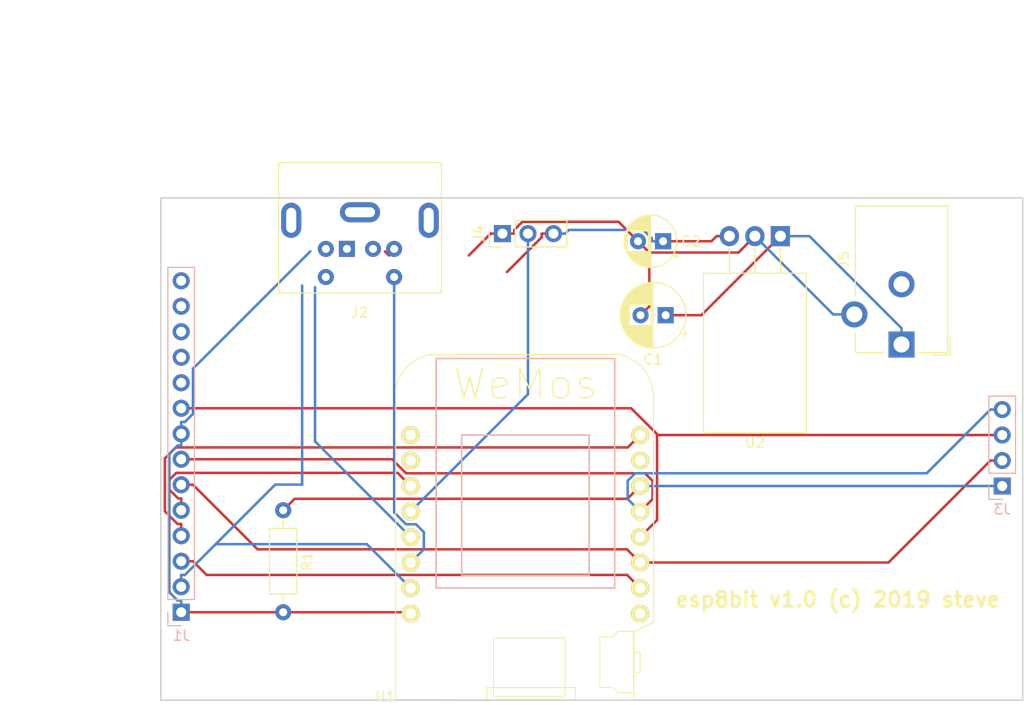
<source format=kicad_pcb>
(kicad_pcb (version 20171130) (host pcbnew 5.0.2+dfsg1-1~bpo9+1)

  (general
    (thickness 1.6)
    (drawings 7)
    (tracks 113)
    (zones 0)
    (modules 10)
    (nets 26)
  )

  (page A4)
  (layers
    (0 F.Cu signal)
    (31 B.Cu signal)
    (32 B.Adhes user)
    (33 F.Adhes user)
    (34 B.Paste user)
    (35 F.Paste user)
    (36 B.SilkS user)
    (37 F.SilkS user)
    (38 B.Mask user)
    (39 F.Mask user)
    (40 Dwgs.User user)
    (41 Cmts.User user)
    (42 Eco1.User user)
    (43 Eco2.User user)
    (44 Edge.Cuts user)
    (45 Margin user)
    (46 B.CrtYd user)
    (47 F.CrtYd user)
    (48 B.Fab user)
    (49 F.Fab user)
  )

  (setup
    (last_trace_width 0.25)
    (trace_clearance 0.2)
    (zone_clearance 0.508)
    (zone_45_only no)
    (trace_min 0.2)
    (segment_width 0.2)
    (edge_width 0.15)
    (via_size 0.8)
    (via_drill 0.4)
    (via_min_size 0.4)
    (via_min_drill 0.3)
    (uvia_size 0.3)
    (uvia_drill 0.1)
    (uvias_allowed no)
    (uvia_min_size 0.2)
    (uvia_min_drill 0.1)
    (pcb_text_width 0.3)
    (pcb_text_size 1.5 1.5)
    (mod_edge_width 0.15)
    (mod_text_size 1 1)
    (mod_text_width 0.15)
    (pad_size 1.524 1.524)
    (pad_drill 0.762)
    (pad_to_mask_clearance 0.051)
    (solder_mask_min_width 0.25)
    (aux_axis_origin 0 0)
    (visible_elements FFFFFF7F)
    (pcbplotparams
      (layerselection 0x010f0_ffffffff)
      (usegerberextensions true)
      (usegerberattributes false)
      (usegerberadvancedattributes false)
      (creategerberjobfile false)
      (excludeedgelayer true)
      (linewidth 0.100000)
      (plotframeref false)
      (viasonmask false)
      (mode 1)
      (useauxorigin false)
      (hpglpennumber 1)
      (hpglpenspeed 20)
      (hpglpendiameter 15.000000)
      (psnegative false)
      (psa4output false)
      (plotreference true)
      (plotvalue true)
      (plotinvisibletext false)
      (padsonsilk false)
      (subtractmaskfromsilk false)
      (outputformat 1)
      (mirror false)
      (drillshape 0)
      (scaleselection 1)
      (outputdirectory "gerbers"))
  )

  (net 0 "")
  (net 1 "Net-(U1-Pad8)")
  (net 2 "Net-(U1-Pad7)")
  (net 3 /DC)
  (net 4 /Sound)
  (net 5 /KBD_DATA)
  (net 6 /KBD_CLK)
  (net 7 GND)
  (net 8 VCC)
  (net 9 "Net-(U1-Pad16)")
  (net 10 /TFT_CS)
  (net 11 /MOSI)
  (net 12 /MISO)
  (net 13 /SCK)
  (net 14 /SD_CS)
  (net 15 "Net-(U1-Pad10)")
  (net 16 /Rst)
  (net 17 "Net-(J2-Pad6)")
  (net 18 "Net-(J2-Pad2)")
  (net 19 +9V)
  (net 20 /T_CLK)
  (net 21 /T_CS)
  (net 22 /T_DIN)
  (net 23 /T_OUT)
  (net 24 /T_IRQ)
  (net 25 "Net-(J5-Pad2)")

  (net_class Default "This is the default net class."
    (clearance 0.2)
    (trace_width 0.25)
    (via_dia 0.8)
    (via_drill 0.4)
    (uvia_dia 0.3)
    (uvia_drill 0.1)
    (add_net +9V)
    (add_net /DC)
    (add_net /KBD_CLK)
    (add_net /KBD_DATA)
    (add_net /MISO)
    (add_net /MOSI)
    (add_net /Rst)
    (add_net /SCK)
    (add_net /SD_CS)
    (add_net /Sound)
    (add_net /TFT_CS)
    (add_net /T_CLK)
    (add_net /T_CS)
    (add_net /T_DIN)
    (add_net /T_IRQ)
    (add_net /T_OUT)
    (add_net GND)
    (add_net "Net-(J2-Pad2)")
    (add_net "Net-(J2-Pad6)")
    (add_net "Net-(J5-Pad2)")
    (add_net "Net-(U1-Pad10)")
    (add_net "Net-(U1-Pad16)")
    (add_net "Net-(U1-Pad7)")
    (add_net "Net-(U1-Pad8)")
    (add_net VCC)
  )

  (module Custom_Footprints:Connector_Mini-DIN_Female_6Pin_2rows (layer F.Cu) (tedit 58E946D2) (tstamp 5D6A5180)
    (at 95.25 45.72 180)
    (descr "A footprint for the generic 6 pin Mini-DIN through hole connector with shell.")
    (tags "mini din 6pin connector socket")
    (path /5D36C785)
    (fp_text reference J2 (at -1.27 -6.35 180) (layer F.SilkS)
      (effects (font (size 1 1) (thickness 0.15)))
    )
    (fp_text value Mini-DIN_6 (at -0.03 10.15 180) (layer F.Fab)
      (effects (font (size 1 1) (thickness 0.15)))
    )
    (fp_text user %R (at -1.27 -6.35 180) (layer F.Fab)
      (effects (font (size 1 1) (thickness 0.15)))
    )
    (fp_line (start 6.7 -4.3) (end 6.7 8.5) (layer F.Fab) (width 0.1))
    (fp_line (start 6.7 8.5) (end -9.3 8.5) (layer F.Fab) (width 0.1))
    (fp_line (start -9.3 8.5) (end -9.3 -4.3) (layer F.Fab) (width 0.1))
    (fp_line (start -9.3 -4.3) (end 6.7 -4.3) (layer F.Fab) (width 0.1))
    (fp_line (start 6.8 -4.4) (end 6.8 8.6) (layer F.SilkS) (width 0.12))
    (fp_line (start -9.4 -4.4) (end -9.4 8.6) (layer F.SilkS) (width 0.12))
    (fp_line (start -9.4 -4.4) (end 6.8 -4.4) (layer F.SilkS) (width 0.12))
    (fp_line (start -9.4 8.6) (end 6.8 8.6) (layer F.SilkS) (width 0.12))
    (fp_line (start -9.81 -5.05) (end 7.19 -5.05) (layer F.CrtYd) (width 0.05))
    (fp_line (start -9.81 -5.05) (end -9.81 9) (layer F.CrtYd) (width 0.05))
    (fp_line (start 7.19 9) (end 7.19 -5.05) (layer F.CrtYd) (width 0.05))
    (fp_line (start 7.19 9) (end -9.81 9) (layer F.CrtYd) (width 0.05))
    (pad 7 thru_hole oval (at -8.15 2.85 180) (size 2 3.5) (drill oval 1 2.5) (layers *.Cu *.Mask)
      (net 7 GND))
    (pad 7 thru_hole oval (at 5.55 2.85 180) (size 2 3.5) (drill oval 1 2.5) (layers *.Cu *.Mask)
      (net 7 GND))
    (pad 1 thru_hole rect (at 0 0 180) (size 1.6 1.6) (drill 0.8) (layers *.Cu *.Mask)
      (net 5 /KBD_DATA))
    (pad 2 thru_hole circle (at -2.6 0 180) (size 1.6 1.6) (drill 0.8) (layers *.Cu *.Mask)
      (net 18 "Net-(J2-Pad2)"))
    (pad 3 thru_hole circle (at 2.1 0 180) (size 1.6 1.6) (drill 0.8) (layers *.Cu *.Mask)
      (net 7 GND))
    (pad 4 thru_hole circle (at -4.7 0 180) (size 1.6 1.6) (drill 0.8) (layers *.Cu *.Mask)
      (net 8 VCC))
    (pad 5 thru_hole circle (at 2.1 -2.8 180) (size 1.6 1.6) (drill 0.8) (layers *.Cu *.Mask)
      (net 6 /KBD_CLK))
    (pad 6 thru_hole circle (at -4.7 -2.8 180) (size 1.6 1.6) (drill 0.8) (layers *.Cu *.Mask)
      (net 17 "Net-(J2-Pad6)"))
    (pad 7 thru_hole oval (at -1.3 3.65 180) (size 4 2) (drill oval 3 1) (layers *.Cu *.Mask)
      (net 7 GND))
  )

  (module Connector_PinHeader_2.54mm:PinHeader_1x03_P2.54mm_Vertical (layer F.Cu) (tedit 5D010FDB) (tstamp 5D0DA720)
    (at 110.744 44.196 90)
    (descr "Through hole straight pin header, 1x03, 2.54mm pitch, single row")
    (tags "Through hole pin header THT 1x03 2.54mm single row")
    (path /5D00E0CE)
    (fp_text reference J4 (at 0 -2.33 90) (layer F.SilkS)
      (effects (font (size 1 1) (thickness 0.15)))
    )
    (fp_text value Sound (at -2.794 2.54 180) (layer F.Fab)
      (effects (font (size 1 1) (thickness 0.15)))
    )
    (fp_text user %R (at 0 2.54 180) (layer F.Fab)
      (effects (font (size 1 1) (thickness 0.15)))
    )
    (fp_line (start 1.8 -1.8) (end -1.8 -1.8) (layer F.CrtYd) (width 0.05))
    (fp_line (start 1.8 6.85) (end 1.8 -1.8) (layer F.CrtYd) (width 0.05))
    (fp_line (start -1.8 6.85) (end 1.8 6.85) (layer F.CrtYd) (width 0.05))
    (fp_line (start -1.8 -1.8) (end -1.8 6.85) (layer F.CrtYd) (width 0.05))
    (fp_line (start -1.33 -1.33) (end 0 -1.33) (layer F.SilkS) (width 0.12))
    (fp_line (start -1.33 0) (end -1.33 -1.33) (layer F.SilkS) (width 0.12))
    (fp_line (start -1.33 1.27) (end 1.33 1.27) (layer F.SilkS) (width 0.12))
    (fp_line (start 1.33 1.27) (end 1.33 6.41) (layer F.SilkS) (width 0.12))
    (fp_line (start -1.33 1.27) (end -1.33 6.41) (layer F.SilkS) (width 0.12))
    (fp_line (start -1.33 6.41) (end 1.33 6.41) (layer F.SilkS) (width 0.12))
    (fp_line (start -1.27 -0.635) (end -0.635 -1.27) (layer F.Fab) (width 0.1))
    (fp_line (start -1.27 6.35) (end -1.27 -0.635) (layer F.Fab) (width 0.1))
    (fp_line (start 1.27 6.35) (end -1.27 6.35) (layer F.Fab) (width 0.1))
    (fp_line (start 1.27 -1.27) (end 1.27 6.35) (layer F.Fab) (width 0.1))
    (fp_line (start -0.635 -1.27) (end 1.27 -1.27) (layer F.Fab) (width 0.1))
    (pad 3 thru_hole oval (at 0 5.08 90) (size 1.7 1.7) (drill 1) (layers *.Cu *.Mask)
      (net 8 VCC))
    (pad 2 thru_hole oval (at 0 2.54 90) (size 1.7 1.7) (drill 1) (layers *.Cu *.Mask)
      (net 4 /Sound))
    (pad 1 thru_hole rect (at 0 0 90) (size 1.7 1.7) (drill 1) (layers *.Cu *.Mask)
      (net 7 GND))
    (model ${KISYS3DMOD}/Connector_PinHeader_2.54mm.3dshapes/PinHeader_1x03_P2.54mm_Vertical.wrl
      (at (xyz 0 0 0))
      (scale (xyz 1 1 1))
      (rotate (xyz 0 0 0))
    )
  )

  (module Capacitor_THT:CP_Radial_D5.0mm_P2.50mm (layer F.Cu) (tedit 5AE50EF0) (tstamp 5D0D9D86)
    (at 126.746 44.958 180)
    (descr "CP, Radial series, Radial, pin pitch=2.50mm, , diameter=5mm, Electrolytic Capacitor")
    (tags "CP Radial series Radial pin pitch 2.50mm  diameter 5mm Electrolytic Capacitor")
    (path /5D00E560)
    (fp_text reference C2 (at -2.794 0 180) (layer F.SilkS)
      (effects (font (size 1 1) (thickness 0.15)))
    )
    (fp_text value 22u (at 4.826 3.048 180) (layer F.Fab)
      (effects (font (size 1 1) (thickness 0.15)))
    )
    (fp_circle (center 1.25 0) (end 3.75 0) (layer F.Fab) (width 0.1))
    (fp_circle (center 1.25 0) (end 3.87 0) (layer F.SilkS) (width 0.12))
    (fp_circle (center 1.25 0) (end 4 0) (layer F.CrtYd) (width 0.05))
    (fp_line (start -0.883605 -1.0875) (end -0.383605 -1.0875) (layer F.Fab) (width 0.1))
    (fp_line (start -0.633605 -1.3375) (end -0.633605 -0.8375) (layer F.Fab) (width 0.1))
    (fp_line (start 1.25 -2.58) (end 1.25 2.58) (layer F.SilkS) (width 0.12))
    (fp_line (start 1.29 -2.58) (end 1.29 2.58) (layer F.SilkS) (width 0.12))
    (fp_line (start 1.33 -2.579) (end 1.33 2.579) (layer F.SilkS) (width 0.12))
    (fp_line (start 1.37 -2.578) (end 1.37 2.578) (layer F.SilkS) (width 0.12))
    (fp_line (start 1.41 -2.576) (end 1.41 2.576) (layer F.SilkS) (width 0.12))
    (fp_line (start 1.45 -2.573) (end 1.45 2.573) (layer F.SilkS) (width 0.12))
    (fp_line (start 1.49 -2.569) (end 1.49 -1.04) (layer F.SilkS) (width 0.12))
    (fp_line (start 1.49 1.04) (end 1.49 2.569) (layer F.SilkS) (width 0.12))
    (fp_line (start 1.53 -2.565) (end 1.53 -1.04) (layer F.SilkS) (width 0.12))
    (fp_line (start 1.53 1.04) (end 1.53 2.565) (layer F.SilkS) (width 0.12))
    (fp_line (start 1.57 -2.561) (end 1.57 -1.04) (layer F.SilkS) (width 0.12))
    (fp_line (start 1.57 1.04) (end 1.57 2.561) (layer F.SilkS) (width 0.12))
    (fp_line (start 1.61 -2.556) (end 1.61 -1.04) (layer F.SilkS) (width 0.12))
    (fp_line (start 1.61 1.04) (end 1.61 2.556) (layer F.SilkS) (width 0.12))
    (fp_line (start 1.65 -2.55) (end 1.65 -1.04) (layer F.SilkS) (width 0.12))
    (fp_line (start 1.65 1.04) (end 1.65 2.55) (layer F.SilkS) (width 0.12))
    (fp_line (start 1.69 -2.543) (end 1.69 -1.04) (layer F.SilkS) (width 0.12))
    (fp_line (start 1.69 1.04) (end 1.69 2.543) (layer F.SilkS) (width 0.12))
    (fp_line (start 1.73 -2.536) (end 1.73 -1.04) (layer F.SilkS) (width 0.12))
    (fp_line (start 1.73 1.04) (end 1.73 2.536) (layer F.SilkS) (width 0.12))
    (fp_line (start 1.77 -2.528) (end 1.77 -1.04) (layer F.SilkS) (width 0.12))
    (fp_line (start 1.77 1.04) (end 1.77 2.528) (layer F.SilkS) (width 0.12))
    (fp_line (start 1.81 -2.52) (end 1.81 -1.04) (layer F.SilkS) (width 0.12))
    (fp_line (start 1.81 1.04) (end 1.81 2.52) (layer F.SilkS) (width 0.12))
    (fp_line (start 1.85 -2.511) (end 1.85 -1.04) (layer F.SilkS) (width 0.12))
    (fp_line (start 1.85 1.04) (end 1.85 2.511) (layer F.SilkS) (width 0.12))
    (fp_line (start 1.89 -2.501) (end 1.89 -1.04) (layer F.SilkS) (width 0.12))
    (fp_line (start 1.89 1.04) (end 1.89 2.501) (layer F.SilkS) (width 0.12))
    (fp_line (start 1.93 -2.491) (end 1.93 -1.04) (layer F.SilkS) (width 0.12))
    (fp_line (start 1.93 1.04) (end 1.93 2.491) (layer F.SilkS) (width 0.12))
    (fp_line (start 1.971 -2.48) (end 1.971 -1.04) (layer F.SilkS) (width 0.12))
    (fp_line (start 1.971 1.04) (end 1.971 2.48) (layer F.SilkS) (width 0.12))
    (fp_line (start 2.011 -2.468) (end 2.011 -1.04) (layer F.SilkS) (width 0.12))
    (fp_line (start 2.011 1.04) (end 2.011 2.468) (layer F.SilkS) (width 0.12))
    (fp_line (start 2.051 -2.455) (end 2.051 -1.04) (layer F.SilkS) (width 0.12))
    (fp_line (start 2.051 1.04) (end 2.051 2.455) (layer F.SilkS) (width 0.12))
    (fp_line (start 2.091 -2.442) (end 2.091 -1.04) (layer F.SilkS) (width 0.12))
    (fp_line (start 2.091 1.04) (end 2.091 2.442) (layer F.SilkS) (width 0.12))
    (fp_line (start 2.131 -2.428) (end 2.131 -1.04) (layer F.SilkS) (width 0.12))
    (fp_line (start 2.131 1.04) (end 2.131 2.428) (layer F.SilkS) (width 0.12))
    (fp_line (start 2.171 -2.414) (end 2.171 -1.04) (layer F.SilkS) (width 0.12))
    (fp_line (start 2.171 1.04) (end 2.171 2.414) (layer F.SilkS) (width 0.12))
    (fp_line (start 2.211 -2.398) (end 2.211 -1.04) (layer F.SilkS) (width 0.12))
    (fp_line (start 2.211 1.04) (end 2.211 2.398) (layer F.SilkS) (width 0.12))
    (fp_line (start 2.251 -2.382) (end 2.251 -1.04) (layer F.SilkS) (width 0.12))
    (fp_line (start 2.251 1.04) (end 2.251 2.382) (layer F.SilkS) (width 0.12))
    (fp_line (start 2.291 -2.365) (end 2.291 -1.04) (layer F.SilkS) (width 0.12))
    (fp_line (start 2.291 1.04) (end 2.291 2.365) (layer F.SilkS) (width 0.12))
    (fp_line (start 2.331 -2.348) (end 2.331 -1.04) (layer F.SilkS) (width 0.12))
    (fp_line (start 2.331 1.04) (end 2.331 2.348) (layer F.SilkS) (width 0.12))
    (fp_line (start 2.371 -2.329) (end 2.371 -1.04) (layer F.SilkS) (width 0.12))
    (fp_line (start 2.371 1.04) (end 2.371 2.329) (layer F.SilkS) (width 0.12))
    (fp_line (start 2.411 -2.31) (end 2.411 -1.04) (layer F.SilkS) (width 0.12))
    (fp_line (start 2.411 1.04) (end 2.411 2.31) (layer F.SilkS) (width 0.12))
    (fp_line (start 2.451 -2.29) (end 2.451 -1.04) (layer F.SilkS) (width 0.12))
    (fp_line (start 2.451 1.04) (end 2.451 2.29) (layer F.SilkS) (width 0.12))
    (fp_line (start 2.491 -2.268) (end 2.491 -1.04) (layer F.SilkS) (width 0.12))
    (fp_line (start 2.491 1.04) (end 2.491 2.268) (layer F.SilkS) (width 0.12))
    (fp_line (start 2.531 -2.247) (end 2.531 -1.04) (layer F.SilkS) (width 0.12))
    (fp_line (start 2.531 1.04) (end 2.531 2.247) (layer F.SilkS) (width 0.12))
    (fp_line (start 2.571 -2.224) (end 2.571 -1.04) (layer F.SilkS) (width 0.12))
    (fp_line (start 2.571 1.04) (end 2.571 2.224) (layer F.SilkS) (width 0.12))
    (fp_line (start 2.611 -2.2) (end 2.611 -1.04) (layer F.SilkS) (width 0.12))
    (fp_line (start 2.611 1.04) (end 2.611 2.2) (layer F.SilkS) (width 0.12))
    (fp_line (start 2.651 -2.175) (end 2.651 -1.04) (layer F.SilkS) (width 0.12))
    (fp_line (start 2.651 1.04) (end 2.651 2.175) (layer F.SilkS) (width 0.12))
    (fp_line (start 2.691 -2.149) (end 2.691 -1.04) (layer F.SilkS) (width 0.12))
    (fp_line (start 2.691 1.04) (end 2.691 2.149) (layer F.SilkS) (width 0.12))
    (fp_line (start 2.731 -2.122) (end 2.731 -1.04) (layer F.SilkS) (width 0.12))
    (fp_line (start 2.731 1.04) (end 2.731 2.122) (layer F.SilkS) (width 0.12))
    (fp_line (start 2.771 -2.095) (end 2.771 -1.04) (layer F.SilkS) (width 0.12))
    (fp_line (start 2.771 1.04) (end 2.771 2.095) (layer F.SilkS) (width 0.12))
    (fp_line (start 2.811 -2.065) (end 2.811 -1.04) (layer F.SilkS) (width 0.12))
    (fp_line (start 2.811 1.04) (end 2.811 2.065) (layer F.SilkS) (width 0.12))
    (fp_line (start 2.851 -2.035) (end 2.851 -1.04) (layer F.SilkS) (width 0.12))
    (fp_line (start 2.851 1.04) (end 2.851 2.035) (layer F.SilkS) (width 0.12))
    (fp_line (start 2.891 -2.004) (end 2.891 -1.04) (layer F.SilkS) (width 0.12))
    (fp_line (start 2.891 1.04) (end 2.891 2.004) (layer F.SilkS) (width 0.12))
    (fp_line (start 2.931 -1.971) (end 2.931 -1.04) (layer F.SilkS) (width 0.12))
    (fp_line (start 2.931 1.04) (end 2.931 1.971) (layer F.SilkS) (width 0.12))
    (fp_line (start 2.971 -1.937) (end 2.971 -1.04) (layer F.SilkS) (width 0.12))
    (fp_line (start 2.971 1.04) (end 2.971 1.937) (layer F.SilkS) (width 0.12))
    (fp_line (start 3.011 -1.901) (end 3.011 -1.04) (layer F.SilkS) (width 0.12))
    (fp_line (start 3.011 1.04) (end 3.011 1.901) (layer F.SilkS) (width 0.12))
    (fp_line (start 3.051 -1.864) (end 3.051 -1.04) (layer F.SilkS) (width 0.12))
    (fp_line (start 3.051 1.04) (end 3.051 1.864) (layer F.SilkS) (width 0.12))
    (fp_line (start 3.091 -1.826) (end 3.091 -1.04) (layer F.SilkS) (width 0.12))
    (fp_line (start 3.091 1.04) (end 3.091 1.826) (layer F.SilkS) (width 0.12))
    (fp_line (start 3.131 -1.785) (end 3.131 -1.04) (layer F.SilkS) (width 0.12))
    (fp_line (start 3.131 1.04) (end 3.131 1.785) (layer F.SilkS) (width 0.12))
    (fp_line (start 3.171 -1.743) (end 3.171 -1.04) (layer F.SilkS) (width 0.12))
    (fp_line (start 3.171 1.04) (end 3.171 1.743) (layer F.SilkS) (width 0.12))
    (fp_line (start 3.211 -1.699) (end 3.211 -1.04) (layer F.SilkS) (width 0.12))
    (fp_line (start 3.211 1.04) (end 3.211 1.699) (layer F.SilkS) (width 0.12))
    (fp_line (start 3.251 -1.653) (end 3.251 -1.04) (layer F.SilkS) (width 0.12))
    (fp_line (start 3.251 1.04) (end 3.251 1.653) (layer F.SilkS) (width 0.12))
    (fp_line (start 3.291 -1.605) (end 3.291 -1.04) (layer F.SilkS) (width 0.12))
    (fp_line (start 3.291 1.04) (end 3.291 1.605) (layer F.SilkS) (width 0.12))
    (fp_line (start 3.331 -1.554) (end 3.331 -1.04) (layer F.SilkS) (width 0.12))
    (fp_line (start 3.331 1.04) (end 3.331 1.554) (layer F.SilkS) (width 0.12))
    (fp_line (start 3.371 -1.5) (end 3.371 -1.04) (layer F.SilkS) (width 0.12))
    (fp_line (start 3.371 1.04) (end 3.371 1.5) (layer F.SilkS) (width 0.12))
    (fp_line (start 3.411 -1.443) (end 3.411 -1.04) (layer F.SilkS) (width 0.12))
    (fp_line (start 3.411 1.04) (end 3.411 1.443) (layer F.SilkS) (width 0.12))
    (fp_line (start 3.451 -1.383) (end 3.451 -1.04) (layer F.SilkS) (width 0.12))
    (fp_line (start 3.451 1.04) (end 3.451 1.383) (layer F.SilkS) (width 0.12))
    (fp_line (start 3.491 -1.319) (end 3.491 -1.04) (layer F.SilkS) (width 0.12))
    (fp_line (start 3.491 1.04) (end 3.491 1.319) (layer F.SilkS) (width 0.12))
    (fp_line (start 3.531 -1.251) (end 3.531 -1.04) (layer F.SilkS) (width 0.12))
    (fp_line (start 3.531 1.04) (end 3.531 1.251) (layer F.SilkS) (width 0.12))
    (fp_line (start 3.571 -1.178) (end 3.571 1.178) (layer F.SilkS) (width 0.12))
    (fp_line (start 3.611 -1.098) (end 3.611 1.098) (layer F.SilkS) (width 0.12))
    (fp_line (start 3.651 -1.011) (end 3.651 1.011) (layer F.SilkS) (width 0.12))
    (fp_line (start 3.691 -0.915) (end 3.691 0.915) (layer F.SilkS) (width 0.12))
    (fp_line (start 3.731 -0.805) (end 3.731 0.805) (layer F.SilkS) (width 0.12))
    (fp_line (start 3.771 -0.677) (end 3.771 0.677) (layer F.SilkS) (width 0.12))
    (fp_line (start 3.811 -0.518) (end 3.811 0.518) (layer F.SilkS) (width 0.12))
    (fp_line (start 3.851 -0.284) (end 3.851 0.284) (layer F.SilkS) (width 0.12))
    (fp_line (start -1.554775 -1.475) (end -1.054775 -1.475) (layer F.SilkS) (width 0.12))
    (fp_line (start -1.304775 -1.725) (end -1.304775 -1.225) (layer F.SilkS) (width 0.12))
    (fp_text user %R (at 1.25 0 180) (layer F.Fab)
      (effects (font (size 1 1) (thickness 0.15)))
    )
    (pad 1 thru_hole rect (at 0 0 180) (size 1.6 1.6) (drill 0.8) (layers *.Cu *.Mask)
      (net 8 VCC))
    (pad 2 thru_hole circle (at 2.5 0 180) (size 1.6 1.6) (drill 0.8) (layers *.Cu *.Mask)
      (net 7 GND))
    (model ${KISYS3DMOD}/Capacitor_THT.3dshapes/CP_Radial_D5.0mm_P2.50mm.wrl
      (at (xyz 0 0 0))
      (scale (xyz 1 1 1))
      (rotate (xyz 0 0 0))
    )
  )

  (module Capacitor_THT:CP_Radial_D6.3mm_P2.50mm (layer F.Cu) (tedit 5AE50EF0) (tstamp 5D0D9D02)
    (at 127 52.324 180)
    (descr "CP, Radial series, Radial, pin pitch=2.50mm, , diameter=6.3mm, Electrolytic Capacitor")
    (tags "CP Radial series Radial pin pitch 2.50mm  diameter 6.3mm Electrolytic Capacitor")
    (path /5D00E596)
    (fp_text reference C1 (at 1.25 -4.4 180) (layer F.SilkS)
      (effects (font (size 1 1) (thickness 0.15)))
    )
    (fp_text value 220u (at 5.334 3.81 180) (layer F.Fab)
      (effects (font (size 1 1) (thickness 0.15)))
    )
    (fp_circle (center 1.25 0) (end 4.4 0) (layer F.Fab) (width 0.1))
    (fp_circle (center 1.25 0) (end 4.52 0) (layer F.SilkS) (width 0.12))
    (fp_circle (center 1.25 0) (end 4.65 0) (layer F.CrtYd) (width 0.05))
    (fp_line (start -1.443972 -1.3735) (end -0.813972 -1.3735) (layer F.Fab) (width 0.1))
    (fp_line (start -1.128972 -1.6885) (end -1.128972 -1.0585) (layer F.Fab) (width 0.1))
    (fp_line (start 1.25 -3.23) (end 1.25 3.23) (layer F.SilkS) (width 0.12))
    (fp_line (start 1.29 -3.23) (end 1.29 3.23) (layer F.SilkS) (width 0.12))
    (fp_line (start 1.33 -3.23) (end 1.33 3.23) (layer F.SilkS) (width 0.12))
    (fp_line (start 1.37 -3.228) (end 1.37 3.228) (layer F.SilkS) (width 0.12))
    (fp_line (start 1.41 -3.227) (end 1.41 3.227) (layer F.SilkS) (width 0.12))
    (fp_line (start 1.45 -3.224) (end 1.45 3.224) (layer F.SilkS) (width 0.12))
    (fp_line (start 1.49 -3.222) (end 1.49 -1.04) (layer F.SilkS) (width 0.12))
    (fp_line (start 1.49 1.04) (end 1.49 3.222) (layer F.SilkS) (width 0.12))
    (fp_line (start 1.53 -3.218) (end 1.53 -1.04) (layer F.SilkS) (width 0.12))
    (fp_line (start 1.53 1.04) (end 1.53 3.218) (layer F.SilkS) (width 0.12))
    (fp_line (start 1.57 -3.215) (end 1.57 -1.04) (layer F.SilkS) (width 0.12))
    (fp_line (start 1.57 1.04) (end 1.57 3.215) (layer F.SilkS) (width 0.12))
    (fp_line (start 1.61 -3.211) (end 1.61 -1.04) (layer F.SilkS) (width 0.12))
    (fp_line (start 1.61 1.04) (end 1.61 3.211) (layer F.SilkS) (width 0.12))
    (fp_line (start 1.65 -3.206) (end 1.65 -1.04) (layer F.SilkS) (width 0.12))
    (fp_line (start 1.65 1.04) (end 1.65 3.206) (layer F.SilkS) (width 0.12))
    (fp_line (start 1.69 -3.201) (end 1.69 -1.04) (layer F.SilkS) (width 0.12))
    (fp_line (start 1.69 1.04) (end 1.69 3.201) (layer F.SilkS) (width 0.12))
    (fp_line (start 1.73 -3.195) (end 1.73 -1.04) (layer F.SilkS) (width 0.12))
    (fp_line (start 1.73 1.04) (end 1.73 3.195) (layer F.SilkS) (width 0.12))
    (fp_line (start 1.77 -3.189) (end 1.77 -1.04) (layer F.SilkS) (width 0.12))
    (fp_line (start 1.77 1.04) (end 1.77 3.189) (layer F.SilkS) (width 0.12))
    (fp_line (start 1.81 -3.182) (end 1.81 -1.04) (layer F.SilkS) (width 0.12))
    (fp_line (start 1.81 1.04) (end 1.81 3.182) (layer F.SilkS) (width 0.12))
    (fp_line (start 1.85 -3.175) (end 1.85 -1.04) (layer F.SilkS) (width 0.12))
    (fp_line (start 1.85 1.04) (end 1.85 3.175) (layer F.SilkS) (width 0.12))
    (fp_line (start 1.89 -3.167) (end 1.89 -1.04) (layer F.SilkS) (width 0.12))
    (fp_line (start 1.89 1.04) (end 1.89 3.167) (layer F.SilkS) (width 0.12))
    (fp_line (start 1.93 -3.159) (end 1.93 -1.04) (layer F.SilkS) (width 0.12))
    (fp_line (start 1.93 1.04) (end 1.93 3.159) (layer F.SilkS) (width 0.12))
    (fp_line (start 1.971 -3.15) (end 1.971 -1.04) (layer F.SilkS) (width 0.12))
    (fp_line (start 1.971 1.04) (end 1.971 3.15) (layer F.SilkS) (width 0.12))
    (fp_line (start 2.011 -3.141) (end 2.011 -1.04) (layer F.SilkS) (width 0.12))
    (fp_line (start 2.011 1.04) (end 2.011 3.141) (layer F.SilkS) (width 0.12))
    (fp_line (start 2.051 -3.131) (end 2.051 -1.04) (layer F.SilkS) (width 0.12))
    (fp_line (start 2.051 1.04) (end 2.051 3.131) (layer F.SilkS) (width 0.12))
    (fp_line (start 2.091 -3.121) (end 2.091 -1.04) (layer F.SilkS) (width 0.12))
    (fp_line (start 2.091 1.04) (end 2.091 3.121) (layer F.SilkS) (width 0.12))
    (fp_line (start 2.131 -3.11) (end 2.131 -1.04) (layer F.SilkS) (width 0.12))
    (fp_line (start 2.131 1.04) (end 2.131 3.11) (layer F.SilkS) (width 0.12))
    (fp_line (start 2.171 -3.098) (end 2.171 -1.04) (layer F.SilkS) (width 0.12))
    (fp_line (start 2.171 1.04) (end 2.171 3.098) (layer F.SilkS) (width 0.12))
    (fp_line (start 2.211 -3.086) (end 2.211 -1.04) (layer F.SilkS) (width 0.12))
    (fp_line (start 2.211 1.04) (end 2.211 3.086) (layer F.SilkS) (width 0.12))
    (fp_line (start 2.251 -3.074) (end 2.251 -1.04) (layer F.SilkS) (width 0.12))
    (fp_line (start 2.251 1.04) (end 2.251 3.074) (layer F.SilkS) (width 0.12))
    (fp_line (start 2.291 -3.061) (end 2.291 -1.04) (layer F.SilkS) (width 0.12))
    (fp_line (start 2.291 1.04) (end 2.291 3.061) (layer F.SilkS) (width 0.12))
    (fp_line (start 2.331 -3.047) (end 2.331 -1.04) (layer F.SilkS) (width 0.12))
    (fp_line (start 2.331 1.04) (end 2.331 3.047) (layer F.SilkS) (width 0.12))
    (fp_line (start 2.371 -3.033) (end 2.371 -1.04) (layer F.SilkS) (width 0.12))
    (fp_line (start 2.371 1.04) (end 2.371 3.033) (layer F.SilkS) (width 0.12))
    (fp_line (start 2.411 -3.018) (end 2.411 -1.04) (layer F.SilkS) (width 0.12))
    (fp_line (start 2.411 1.04) (end 2.411 3.018) (layer F.SilkS) (width 0.12))
    (fp_line (start 2.451 -3.002) (end 2.451 -1.04) (layer F.SilkS) (width 0.12))
    (fp_line (start 2.451 1.04) (end 2.451 3.002) (layer F.SilkS) (width 0.12))
    (fp_line (start 2.491 -2.986) (end 2.491 -1.04) (layer F.SilkS) (width 0.12))
    (fp_line (start 2.491 1.04) (end 2.491 2.986) (layer F.SilkS) (width 0.12))
    (fp_line (start 2.531 -2.97) (end 2.531 -1.04) (layer F.SilkS) (width 0.12))
    (fp_line (start 2.531 1.04) (end 2.531 2.97) (layer F.SilkS) (width 0.12))
    (fp_line (start 2.571 -2.952) (end 2.571 -1.04) (layer F.SilkS) (width 0.12))
    (fp_line (start 2.571 1.04) (end 2.571 2.952) (layer F.SilkS) (width 0.12))
    (fp_line (start 2.611 -2.934) (end 2.611 -1.04) (layer F.SilkS) (width 0.12))
    (fp_line (start 2.611 1.04) (end 2.611 2.934) (layer F.SilkS) (width 0.12))
    (fp_line (start 2.651 -2.916) (end 2.651 -1.04) (layer F.SilkS) (width 0.12))
    (fp_line (start 2.651 1.04) (end 2.651 2.916) (layer F.SilkS) (width 0.12))
    (fp_line (start 2.691 -2.896) (end 2.691 -1.04) (layer F.SilkS) (width 0.12))
    (fp_line (start 2.691 1.04) (end 2.691 2.896) (layer F.SilkS) (width 0.12))
    (fp_line (start 2.731 -2.876) (end 2.731 -1.04) (layer F.SilkS) (width 0.12))
    (fp_line (start 2.731 1.04) (end 2.731 2.876) (layer F.SilkS) (width 0.12))
    (fp_line (start 2.771 -2.856) (end 2.771 -1.04) (layer F.SilkS) (width 0.12))
    (fp_line (start 2.771 1.04) (end 2.771 2.856) (layer F.SilkS) (width 0.12))
    (fp_line (start 2.811 -2.834) (end 2.811 -1.04) (layer F.SilkS) (width 0.12))
    (fp_line (start 2.811 1.04) (end 2.811 2.834) (layer F.SilkS) (width 0.12))
    (fp_line (start 2.851 -2.812) (end 2.851 -1.04) (layer F.SilkS) (width 0.12))
    (fp_line (start 2.851 1.04) (end 2.851 2.812) (layer F.SilkS) (width 0.12))
    (fp_line (start 2.891 -2.79) (end 2.891 -1.04) (layer F.SilkS) (width 0.12))
    (fp_line (start 2.891 1.04) (end 2.891 2.79) (layer F.SilkS) (width 0.12))
    (fp_line (start 2.931 -2.766) (end 2.931 -1.04) (layer F.SilkS) (width 0.12))
    (fp_line (start 2.931 1.04) (end 2.931 2.766) (layer F.SilkS) (width 0.12))
    (fp_line (start 2.971 -2.742) (end 2.971 -1.04) (layer F.SilkS) (width 0.12))
    (fp_line (start 2.971 1.04) (end 2.971 2.742) (layer F.SilkS) (width 0.12))
    (fp_line (start 3.011 -2.716) (end 3.011 -1.04) (layer F.SilkS) (width 0.12))
    (fp_line (start 3.011 1.04) (end 3.011 2.716) (layer F.SilkS) (width 0.12))
    (fp_line (start 3.051 -2.69) (end 3.051 -1.04) (layer F.SilkS) (width 0.12))
    (fp_line (start 3.051 1.04) (end 3.051 2.69) (layer F.SilkS) (width 0.12))
    (fp_line (start 3.091 -2.664) (end 3.091 -1.04) (layer F.SilkS) (width 0.12))
    (fp_line (start 3.091 1.04) (end 3.091 2.664) (layer F.SilkS) (width 0.12))
    (fp_line (start 3.131 -2.636) (end 3.131 -1.04) (layer F.SilkS) (width 0.12))
    (fp_line (start 3.131 1.04) (end 3.131 2.636) (layer F.SilkS) (width 0.12))
    (fp_line (start 3.171 -2.607) (end 3.171 -1.04) (layer F.SilkS) (width 0.12))
    (fp_line (start 3.171 1.04) (end 3.171 2.607) (layer F.SilkS) (width 0.12))
    (fp_line (start 3.211 -2.578) (end 3.211 -1.04) (layer F.SilkS) (width 0.12))
    (fp_line (start 3.211 1.04) (end 3.211 2.578) (layer F.SilkS) (width 0.12))
    (fp_line (start 3.251 -2.548) (end 3.251 -1.04) (layer F.SilkS) (width 0.12))
    (fp_line (start 3.251 1.04) (end 3.251 2.548) (layer F.SilkS) (width 0.12))
    (fp_line (start 3.291 -2.516) (end 3.291 -1.04) (layer F.SilkS) (width 0.12))
    (fp_line (start 3.291 1.04) (end 3.291 2.516) (layer F.SilkS) (width 0.12))
    (fp_line (start 3.331 -2.484) (end 3.331 -1.04) (layer F.SilkS) (width 0.12))
    (fp_line (start 3.331 1.04) (end 3.331 2.484) (layer F.SilkS) (width 0.12))
    (fp_line (start 3.371 -2.45) (end 3.371 -1.04) (layer F.SilkS) (width 0.12))
    (fp_line (start 3.371 1.04) (end 3.371 2.45) (layer F.SilkS) (width 0.12))
    (fp_line (start 3.411 -2.416) (end 3.411 -1.04) (layer F.SilkS) (width 0.12))
    (fp_line (start 3.411 1.04) (end 3.411 2.416) (layer F.SilkS) (width 0.12))
    (fp_line (start 3.451 -2.38) (end 3.451 -1.04) (layer F.SilkS) (width 0.12))
    (fp_line (start 3.451 1.04) (end 3.451 2.38) (layer F.SilkS) (width 0.12))
    (fp_line (start 3.491 -2.343) (end 3.491 -1.04) (layer F.SilkS) (width 0.12))
    (fp_line (start 3.491 1.04) (end 3.491 2.343) (layer F.SilkS) (width 0.12))
    (fp_line (start 3.531 -2.305) (end 3.531 -1.04) (layer F.SilkS) (width 0.12))
    (fp_line (start 3.531 1.04) (end 3.531 2.305) (layer F.SilkS) (width 0.12))
    (fp_line (start 3.571 -2.265) (end 3.571 2.265) (layer F.SilkS) (width 0.12))
    (fp_line (start 3.611 -2.224) (end 3.611 2.224) (layer F.SilkS) (width 0.12))
    (fp_line (start 3.651 -2.182) (end 3.651 2.182) (layer F.SilkS) (width 0.12))
    (fp_line (start 3.691 -2.137) (end 3.691 2.137) (layer F.SilkS) (width 0.12))
    (fp_line (start 3.731 -2.092) (end 3.731 2.092) (layer F.SilkS) (width 0.12))
    (fp_line (start 3.771 -2.044) (end 3.771 2.044) (layer F.SilkS) (width 0.12))
    (fp_line (start 3.811 -1.995) (end 3.811 1.995) (layer F.SilkS) (width 0.12))
    (fp_line (start 3.851 -1.944) (end 3.851 1.944) (layer F.SilkS) (width 0.12))
    (fp_line (start 3.891 -1.89) (end 3.891 1.89) (layer F.SilkS) (width 0.12))
    (fp_line (start 3.931 -1.834) (end 3.931 1.834) (layer F.SilkS) (width 0.12))
    (fp_line (start 3.971 -1.776) (end 3.971 1.776) (layer F.SilkS) (width 0.12))
    (fp_line (start 4.011 -1.714) (end 4.011 1.714) (layer F.SilkS) (width 0.12))
    (fp_line (start 4.051 -1.65) (end 4.051 1.65) (layer F.SilkS) (width 0.12))
    (fp_line (start 4.091 -1.581) (end 4.091 1.581) (layer F.SilkS) (width 0.12))
    (fp_line (start 4.131 -1.509) (end 4.131 1.509) (layer F.SilkS) (width 0.12))
    (fp_line (start 4.171 -1.432) (end 4.171 1.432) (layer F.SilkS) (width 0.12))
    (fp_line (start 4.211 -1.35) (end 4.211 1.35) (layer F.SilkS) (width 0.12))
    (fp_line (start 4.251 -1.262) (end 4.251 1.262) (layer F.SilkS) (width 0.12))
    (fp_line (start 4.291 -1.165) (end 4.291 1.165) (layer F.SilkS) (width 0.12))
    (fp_line (start 4.331 -1.059) (end 4.331 1.059) (layer F.SilkS) (width 0.12))
    (fp_line (start 4.371 -0.94) (end 4.371 0.94) (layer F.SilkS) (width 0.12))
    (fp_line (start 4.411 -0.802) (end 4.411 0.802) (layer F.SilkS) (width 0.12))
    (fp_line (start 4.451 -0.633) (end 4.451 0.633) (layer F.SilkS) (width 0.12))
    (fp_line (start 4.491 -0.402) (end 4.491 0.402) (layer F.SilkS) (width 0.12))
    (fp_line (start -2.250241 -1.839) (end -1.620241 -1.839) (layer F.SilkS) (width 0.12))
    (fp_line (start -1.935241 -2.154) (end -1.935241 -1.524) (layer F.SilkS) (width 0.12))
    (fp_text user %R (at 1.25 0 180) (layer F.Fab)
      (effects (font (size 1 1) (thickness 0.15)))
    )
    (pad 1 thru_hole rect (at 0 0 180) (size 1.6 1.6) (drill 0.8) (layers *.Cu *.Mask)
      (net 19 +9V))
    (pad 2 thru_hole circle (at 2.5 0 180) (size 1.6 1.6) (drill 0.8) (layers *.Cu *.Mask)
      (net 7 GND))
    (model ${KISYS3DMOD}/Capacitor_THT.3dshapes/CP_Radial_D6.3mm_P2.50mm.wrl
      (at (xyz 0 0 0))
      (scale (xyz 1 1 1))
      (rotate (xyz 0 0 0))
    )
  )

  (module Connector_BarrelJack:BarrelJack_CUI_PJ-102AH_Horizontal (layer F.Cu) (tedit 5D010EE8) (tstamp 5D0D9C6E)
    (at 150.495 55.245 180)
    (descr "Thin-pin DC Barrel Jack, https://cdn-shop.adafruit.com/datasheets/21mmdcjackDatasheet.pdf")
    (tags "Power Jack")
    (path /5D00F391)
    (fp_text reference J5 (at 5.75 8.45 270) (layer F.SilkS)
      (effects (font (size 1 1) (thickness 0.15)))
    )
    (fp_text value Barrel_Jack_Switch (at -5.5 6.2 270) (layer F.Fab)
      (effects (font (size 1 1) (thickness 0.15)))
    )
    (fp_text user %R (at 0 6.5 180) (layer F.Fab)
      (effects (font (size 1 1) (thickness 0.15)))
    )
    (fp_line (start 1.8 -1.8) (end 1.8 -1.2) (layer F.CrtYd) (width 0.05))
    (fp_line (start 1.8 -1.2) (end 5 -1.2) (layer F.CrtYd) (width 0.05))
    (fp_line (start 5 -1.2) (end 5 1.2) (layer F.CrtYd) (width 0.05))
    (fp_line (start 5 1.2) (end 6.5 1.2) (layer F.CrtYd) (width 0.05))
    (fp_line (start 6.5 1.2) (end 6.5 4.8) (layer F.CrtYd) (width 0.05))
    (fp_line (start 6.5 4.8) (end 5 4.8) (layer F.CrtYd) (width 0.05))
    (fp_line (start 5 4.8) (end 5 14.2) (layer F.CrtYd) (width 0.05))
    (fp_line (start 5 14.2) (end -5 14.2) (layer F.CrtYd) (width 0.05))
    (fp_line (start -5 14.2) (end -5 -1.2) (layer F.CrtYd) (width 0.05))
    (fp_line (start -5 -1.2) (end -1.8 -1.2) (layer F.CrtYd) (width 0.05))
    (fp_line (start -1.8 -1.2) (end -1.8 -1.8) (layer F.CrtYd) (width 0.05))
    (fp_line (start -1.8 -1.8) (end 1.8 -1.8) (layer F.CrtYd) (width 0.05))
    (fp_line (start 4.6 4.8) (end 4.6 13.8) (layer F.SilkS) (width 0.12))
    (fp_line (start 4.6 13.8) (end -4.6 13.8) (layer F.SilkS) (width 0.12))
    (fp_line (start -4.6 13.8) (end -4.6 -0.8) (layer F.SilkS) (width 0.12))
    (fp_line (start -4.6 -0.8) (end -1.8 -0.8) (layer F.SilkS) (width 0.12))
    (fp_line (start 1.8 -0.8) (end 4.6 -0.8) (layer F.SilkS) (width 0.12))
    (fp_line (start 4.6 -0.8) (end 4.6 1.2) (layer F.SilkS) (width 0.12))
    (fp_line (start -4.84 0.7) (end -4.84 -1.04) (layer F.SilkS) (width 0.12))
    (fp_line (start -4.84 -1.04) (end -3.1 -1.04) (layer F.SilkS) (width 0.12))
    (fp_line (start 4.5 -0.7) (end 4.5 13.7) (layer F.Fab) (width 0.1))
    (fp_line (start 4.5 13.7) (end -4.5 13.7) (layer F.Fab) (width 0.1))
    (fp_line (start -4.5 13.7) (end -4.5 0.3) (layer F.Fab) (width 0.1))
    (fp_line (start -4.5 0.3) (end -3.5 -0.7) (layer F.Fab) (width 0.1))
    (fp_line (start -3.5 -0.7) (end 4.5 -0.7) (layer F.Fab) (width 0.1))
    (fp_line (start -4.5 10.2) (end 4.5 10.2) (layer F.Fab) (width 0.1))
    (pad 1 thru_hole rect (at 0 0 180) (size 2.6 2.6) (drill 1.6) (layers *.Cu *.Mask)
      (net 19 +9V))
    (pad 2 thru_hole circle (at 0 6 180) (size 2.6 2.6) (drill 1.6) (layers *.Cu *.Mask)
      (net 25 "Net-(J5-Pad2)"))
    (pad 3 thru_hole circle (at 4.7 3 180) (size 2.6 2.6) (drill 1.6) (layers *.Cu *.Mask)
      (net 7 GND))
    (model ${KISYS3DMOD}/Connector_BarrelJack.3dshapes/BarrelJack_CUI_PJ-102AH_Horizontal.wrl
      (at (xyz 0 0 0))
      (scale (xyz 1 1 1))
      (rotate (xyz 0 0 0))
    )
  )

  (module Connector_PinHeader_2.54mm:PinHeader_1x04_P2.54mm_Vertical (layer B.Cu) (tedit 59FED5CC) (tstamp 5D0D9C0C)
    (at 160.528 69.342)
    (descr "Through hole straight pin header, 1x04, 2.54mm pitch, single row")
    (tags "Through hole pin header THT 1x04 2.54mm single row")
    (path /5D00D059)
    (fp_text reference J3 (at 0 2.33) (layer B.SilkS)
      (effects (font (size 1 1) (thickness 0.15)) (justify mirror))
    )
    (fp_text value SD (at 0 -9.95) (layer B.Fab)
      (effects (font (size 1 1) (thickness 0.15)) (justify mirror))
    )
    (fp_line (start -0.635 1.27) (end 1.27 1.27) (layer B.Fab) (width 0.1))
    (fp_line (start 1.27 1.27) (end 1.27 -8.89) (layer B.Fab) (width 0.1))
    (fp_line (start 1.27 -8.89) (end -1.27 -8.89) (layer B.Fab) (width 0.1))
    (fp_line (start -1.27 -8.89) (end -1.27 0.635) (layer B.Fab) (width 0.1))
    (fp_line (start -1.27 0.635) (end -0.635 1.27) (layer B.Fab) (width 0.1))
    (fp_line (start -1.33 -8.95) (end 1.33 -8.95) (layer B.SilkS) (width 0.12))
    (fp_line (start -1.33 -1.27) (end -1.33 -8.95) (layer B.SilkS) (width 0.12))
    (fp_line (start 1.33 -1.27) (end 1.33 -8.95) (layer B.SilkS) (width 0.12))
    (fp_line (start -1.33 -1.27) (end 1.33 -1.27) (layer B.SilkS) (width 0.12))
    (fp_line (start -1.33 0) (end -1.33 1.33) (layer B.SilkS) (width 0.12))
    (fp_line (start -1.33 1.33) (end 0 1.33) (layer B.SilkS) (width 0.12))
    (fp_line (start -1.8 1.8) (end -1.8 -9.4) (layer B.CrtYd) (width 0.05))
    (fp_line (start -1.8 -9.4) (end 1.8 -9.4) (layer B.CrtYd) (width 0.05))
    (fp_line (start 1.8 -9.4) (end 1.8 1.8) (layer B.CrtYd) (width 0.05))
    (fp_line (start 1.8 1.8) (end -1.8 1.8) (layer B.CrtYd) (width 0.05))
    (fp_text user %R (at 0 -3.81 -90) (layer B.Fab)
      (effects (font (size 1 1) (thickness 0.15)) (justify mirror))
    )
    (pad 1 thru_hole rect (at 0 0) (size 1.7 1.7) (drill 1) (layers *.Cu *.Mask)
      (net 14 /SD_CS))
    (pad 2 thru_hole oval (at 0 -2.54) (size 1.7 1.7) (drill 1) (layers *.Cu *.Mask)
      (net 11 /MOSI))
    (pad 3 thru_hole oval (at 0 -5.08) (size 1.7 1.7) (drill 1) (layers *.Cu *.Mask)
      (net 12 /MISO))
    (pad 4 thru_hole oval (at 0 -7.62) (size 1.7 1.7) (drill 1) (layers *.Cu *.Mask)
      (net 13 /SCK))
    (model ${KISYS3DMOD}/Connector_PinHeader_2.54mm.3dshapes/PinHeader_1x04_P2.54mm_Vertical.wrl
      (at (xyz 0 0 0))
      (scale (xyz 1 1 1))
      (rotate (xyz 0 0 0))
    )
  )

  (module Connector_PinHeader_2.54mm:PinHeader_1x14_P2.54mm_Vertical (layer B.Cu) (tedit 5D010EC7) (tstamp 5D0DA064)
    (at 78.74 81.915)
    (descr "Through hole straight pin header, 1x14, 2.54mm pitch, single row")
    (tags "Through hole pin header THT 1x14 2.54mm single row")
    (path /5D00D146)
    (fp_text reference J1 (at 0 2.33) (layer B.SilkS)
      (effects (font (size 1 1) (thickness 0.15)) (justify mirror))
    )
    (fp_text value Touchscreen (at 2.54 -30.48 -90) (layer B.Fab)
      (effects (font (size 1 1) (thickness 0.15)) (justify mirror))
    )
    (fp_line (start -0.635 1.27) (end 1.27 1.27) (layer B.Fab) (width 0.1))
    (fp_line (start 1.27 1.27) (end 1.27 -34.29) (layer B.Fab) (width 0.1))
    (fp_line (start 1.27 -34.29) (end -1.27 -34.29) (layer B.Fab) (width 0.1))
    (fp_line (start -1.27 -34.29) (end -1.27 0.635) (layer B.Fab) (width 0.1))
    (fp_line (start -1.27 0.635) (end -0.635 1.27) (layer B.Fab) (width 0.1))
    (fp_line (start -1.33 -34.35) (end 1.33 -34.35) (layer B.SilkS) (width 0.12))
    (fp_line (start -1.33 -1.27) (end -1.33 -34.35) (layer B.SilkS) (width 0.12))
    (fp_line (start 1.33 -1.27) (end 1.33 -34.35) (layer B.SilkS) (width 0.12))
    (fp_line (start -1.33 -1.27) (end 1.33 -1.27) (layer B.SilkS) (width 0.12))
    (fp_line (start -1.33 0) (end -1.33 1.33) (layer B.SilkS) (width 0.12))
    (fp_line (start -1.33 1.33) (end 0 1.33) (layer B.SilkS) (width 0.12))
    (fp_line (start -1.8 1.8) (end -1.8 -34.8) (layer B.CrtYd) (width 0.05))
    (fp_line (start -1.8 -34.8) (end 1.8 -34.8) (layer B.CrtYd) (width 0.05))
    (fp_line (start 1.8 -34.8) (end 1.8 1.8) (layer B.CrtYd) (width 0.05))
    (fp_line (start 1.8 1.8) (end -1.8 1.8) (layer B.CrtYd) (width 0.05))
    (fp_text user %R (at 0 -16.51 -90) (layer B.Fab)
      (effects (font (size 1 1) (thickness 0.15)) (justify mirror))
    )
    (pad 1 thru_hole rect (at 0 0) (size 1.7 1.7) (drill 1) (layers *.Cu *.Mask)
      (net 8 VCC))
    (pad 2 thru_hole oval (at 0 -2.54) (size 1.7 1.7) (drill 1) (layers *.Cu *.Mask)
      (net 7 GND))
    (pad 3 thru_hole oval (at 0 -5.08) (size 1.7 1.7) (drill 1) (layers *.Cu *.Mask)
      (net 10 /TFT_CS))
    (pad 4 thru_hole oval (at 0 -7.62) (size 1.7 1.7) (drill 1) (layers *.Cu *.Mask)
      (net 16 /Rst))
    (pad 5 thru_hole oval (at 0 -10.16) (size 1.7 1.7) (drill 1) (layers *.Cu *.Mask)
      (net 3 /DC))
    (pad 6 thru_hole oval (at 0 -12.7) (size 1.7 1.7) (drill 1) (layers *.Cu *.Mask)
      (net 11 /MOSI))
    (pad 7 thru_hole oval (at 0 -15.24) (size 1.7 1.7) (drill 1) (layers *.Cu *.Mask)
      (net 13 /SCK))
    (pad 8 thru_hole oval (at 0 -17.78) (size 1.7 1.7) (drill 1) (layers *.Cu *.Mask)
      (net 8 VCC))
    (pad 9 thru_hole oval (at 0 -20.32) (size 1.7 1.7) (drill 1) (layers *.Cu *.Mask)
      (net 12 /MISO))
    (pad 10 thru_hole oval (at 0 -22.86) (size 1.7 1.7) (drill 1) (layers *.Cu *.Mask)
      (net 20 /T_CLK))
    (pad 11 thru_hole oval (at 0 -25.4) (size 1.7 1.7) (drill 1) (layers *.Cu *.Mask)
      (net 21 /T_CS))
    (pad 12 thru_hole oval (at 0 -27.94) (size 1.7 1.7) (drill 1) (layers *.Cu *.Mask)
      (net 22 /T_DIN))
    (pad 13 thru_hole oval (at 0 -30.48) (size 1.7 1.7) (drill 1) (layers *.Cu *.Mask)
      (net 23 /T_OUT))
    (pad 14 thru_hole oval (at 0 -33.02) (size 1.7 1.7) (drill 1) (layers *.Cu *.Mask)
      (net 24 /T_IRQ))
    (model ${KISYS3DMOD}/Connector_PinHeader_2.54mm.3dshapes/PinHeader_1x14_P2.54mm_Vertical.wrl
      (at (xyz 0 0 0))
      (scale (xyz 1 1 1))
      (rotate (xyz 0 0 0))
    )
  )

  (module Package_TO_SOT_THT:TO-220-3_Horizontal_TabDown (layer F.Cu) (tedit 5AC8BA0D) (tstamp 5D0D9BD2)
    (at 138.43 44.45 180)
    (descr "TO-220-3, Horizontal, RM 2.54mm, see https://www.vishay.com/docs/66542/to-220-1.pdf")
    (tags "TO-220-3 Horizontal RM 2.54mm")
    (path /5D00E421)
    (fp_text reference U2 (at 2.54 -20.58 180) (layer F.SilkS)
      (effects (font (size 1 1) (thickness 0.15)))
    )
    (fp_text value LM7805_TO220 (at 2.54 2 180) (layer F.Fab)
      (effects (font (size 1 1) (thickness 0.15)))
    )
    (fp_circle (center 2.54 -16.66) (end 4.39 -16.66) (layer F.Fab) (width 0.1))
    (fp_line (start -2.46 -13.06) (end -2.46 -19.46) (layer F.Fab) (width 0.1))
    (fp_line (start -2.46 -19.46) (end 7.54 -19.46) (layer F.Fab) (width 0.1))
    (fp_line (start 7.54 -19.46) (end 7.54 -13.06) (layer F.Fab) (width 0.1))
    (fp_line (start 7.54 -13.06) (end -2.46 -13.06) (layer F.Fab) (width 0.1))
    (fp_line (start -2.46 -3.81) (end -2.46 -13.06) (layer F.Fab) (width 0.1))
    (fp_line (start -2.46 -13.06) (end 7.54 -13.06) (layer F.Fab) (width 0.1))
    (fp_line (start 7.54 -13.06) (end 7.54 -3.81) (layer F.Fab) (width 0.1))
    (fp_line (start 7.54 -3.81) (end -2.46 -3.81) (layer F.Fab) (width 0.1))
    (fp_line (start 0 -3.81) (end 0 0) (layer F.Fab) (width 0.1))
    (fp_line (start 2.54 -3.81) (end 2.54 0) (layer F.Fab) (width 0.1))
    (fp_line (start 5.08 -3.81) (end 5.08 0) (layer F.Fab) (width 0.1))
    (fp_line (start -2.58 -3.69) (end 7.66 -3.69) (layer F.SilkS) (width 0.12))
    (fp_line (start -2.58 -19.58) (end 7.66 -19.58) (layer F.SilkS) (width 0.12))
    (fp_line (start -2.58 -19.58) (end -2.58 -3.69) (layer F.SilkS) (width 0.12))
    (fp_line (start 7.66 -19.58) (end 7.66 -3.69) (layer F.SilkS) (width 0.12))
    (fp_line (start 0 -3.69) (end 0 -1.15) (layer F.SilkS) (width 0.12))
    (fp_line (start 2.54 -3.69) (end 2.54 -1.15) (layer F.SilkS) (width 0.12))
    (fp_line (start 5.08 -3.69) (end 5.08 -1.15) (layer F.SilkS) (width 0.12))
    (fp_line (start -2.71 -19.71) (end -2.71 1.25) (layer F.CrtYd) (width 0.05))
    (fp_line (start -2.71 1.25) (end 7.79 1.25) (layer F.CrtYd) (width 0.05))
    (fp_line (start 7.79 1.25) (end 7.79 -19.71) (layer F.CrtYd) (width 0.05))
    (fp_line (start 7.79 -19.71) (end -2.71 -19.71) (layer F.CrtYd) (width 0.05))
    (fp_text user %R (at 2.54 -20.58 180) (layer F.Fab)
      (effects (font (size 1 1) (thickness 0.15)))
    )
    (pad "" np_thru_hole oval (at 2.54 -16.66 180) (size 3.5 3.5) (drill 3.5) (layers *.Cu *.Mask))
    (pad 1 thru_hole rect (at 0 0 180) (size 1.905 2) (drill 1.1) (layers *.Cu *.Mask)
      (net 19 +9V))
    (pad 2 thru_hole oval (at 2.54 0 180) (size 1.905 2) (drill 1.1) (layers *.Cu *.Mask)
      (net 7 GND))
    (pad 3 thru_hole oval (at 5.08 0 180) (size 1.905 2) (drill 1.1) (layers *.Cu *.Mask)
      (net 8 VCC))
    (model ${KISYS3DMOD}/Package_TO_SOT_THT.3dshapes/TO-220-3_Horizontal_TabDown.wrl
      (at (xyz 0 0 0))
      (scale (xyz 1 1 1))
      (rotate (xyz 0 0 0))
    )
  )

  (module Resistor_THT:R_Axial_DIN0207_L6.3mm_D2.5mm_P10.16mm_Horizontal (layer F.Cu) (tedit 5AE5139B) (tstamp 5D0D9BB2)
    (at 88.9 71.755 270)
    (descr "Resistor, Axial_DIN0207 series, Axial, Horizontal, pin pitch=10.16mm, 0.25W = 1/4W, length*diameter=6.3*2.5mm^2, http://cdn-reichelt.de/documents/datenblatt/B400/1_4W%23YAG.pdf")
    (tags "Resistor Axial_DIN0207 series Axial Horizontal pin pitch 10.16mm 0.25W = 1/4W length 6.3mm diameter 2.5mm")
    (path /5D00D74C)
    (fp_text reference R1 (at 5.08 -2.37 270) (layer F.SilkS)
      (effects (font (size 1 1) (thickness 0.15)))
    )
    (fp_text value 10k (at 5.08 2.37 270) (layer F.Fab)
      (effects (font (size 1 1) (thickness 0.15)))
    )
    (fp_line (start 1.93 -1.25) (end 1.93 1.25) (layer F.Fab) (width 0.1))
    (fp_line (start 1.93 1.25) (end 8.23 1.25) (layer F.Fab) (width 0.1))
    (fp_line (start 8.23 1.25) (end 8.23 -1.25) (layer F.Fab) (width 0.1))
    (fp_line (start 8.23 -1.25) (end 1.93 -1.25) (layer F.Fab) (width 0.1))
    (fp_line (start 0 0) (end 1.93 0) (layer F.Fab) (width 0.1))
    (fp_line (start 10.16 0) (end 8.23 0) (layer F.Fab) (width 0.1))
    (fp_line (start 1.81 -1.37) (end 1.81 1.37) (layer F.SilkS) (width 0.12))
    (fp_line (start 1.81 1.37) (end 8.35 1.37) (layer F.SilkS) (width 0.12))
    (fp_line (start 8.35 1.37) (end 8.35 -1.37) (layer F.SilkS) (width 0.12))
    (fp_line (start 8.35 -1.37) (end 1.81 -1.37) (layer F.SilkS) (width 0.12))
    (fp_line (start 1.04 0) (end 1.81 0) (layer F.SilkS) (width 0.12))
    (fp_line (start 9.12 0) (end 8.35 0) (layer F.SilkS) (width 0.12))
    (fp_line (start -1.05 -1.5) (end -1.05 1.5) (layer F.CrtYd) (width 0.05))
    (fp_line (start -1.05 1.5) (end 11.21 1.5) (layer F.CrtYd) (width 0.05))
    (fp_line (start 11.21 1.5) (end 11.21 -1.5) (layer F.CrtYd) (width 0.05))
    (fp_line (start 11.21 -1.5) (end -1.05 -1.5) (layer F.CrtYd) (width 0.05))
    (fp_text user %R (at 5.08 0 270) (layer F.Fab)
      (effects (font (size 1 1) (thickness 0.15)))
    )
    (pad 1 thru_hole circle (at 0 0 270) (size 1.6 1.6) (drill 0.8) (layers *.Cu *.Mask)
      (net 14 /SD_CS))
    (pad 2 thru_hole oval (at 10.16 0 270) (size 1.6 1.6) (drill 0.8) (layers *.Cu *.Mask)
      (net 8 VCC))
    (model ${KISYS3DMOD}/Resistor_THT.3dshapes/R_Axial_DIN0207_L6.3mm_D2.5mm_P10.16mm_Horizontal.wrl
      (at (xyz 0 0 0))
      (scale (xyz 1 1 1))
      (rotate (xyz 0 0 0))
    )
  )

  (module wemos_d1_mini:D1_mini_board (layer F.Cu) (tedit 5766F65E) (tstamp 5D0D9B89)
    (at 113.03 74.422)
    (path /5D00CAB6)
    (fp_text reference U1 (at -13.97 15.875) (layer F.SilkS)
      (effects (font (size 1 1) (thickness 0.15)))
    )
    (fp_text value WeMos_mini (at 1.27 -19.05) (layer F.Fab)
      (effects (font (size 1 1) (thickness 0.15)))
    )
    (fp_line (start 11.431517 13.476932) (end 10.814156 13.476932) (layer F.SilkS) (width 0.1))
    (fp_line (start 11.431517 11.483738) (end 11.431517 13.476932) (layer F.SilkS) (width 0.1))
    (fp_line (start 10.778878 11.483738) (end 11.431517 11.483738) (layer F.SilkS) (width 0.1))
    (fp_line (start 10.796517 15.487765) (end 10.7436 9.402349) (layer F.SilkS) (width 0.1))
    (fp_line (start 9.226656 15.487765) (end 10.796517 15.487765) (layer F.SilkS) (width 0.1))
    (fp_line (start 8.697489 14.993876) (end 9.226656 15.487765) (layer F.SilkS) (width 0.1))
    (fp_line (start 7.40985 14.993876) (end 8.697489 14.993876) (layer F.SilkS) (width 0.1))
    (fp_line (start 7.40985 9.931515) (end 7.40985 14.993876) (layer F.SilkS) (width 0.1))
    (fp_line (start 8.662211 9.931515) (end 7.40985 9.931515) (layer F.SilkS) (width 0.1))
    (fp_line (start 9.191378 9.402349) (end 8.662211 9.931515) (layer F.SilkS) (width 0.1))
    (fp_line (start 10.7436 9.402349) (end 9.191378 9.402349) (layer F.SilkS) (width 0.1))
    (fp_line (start -3.17965 15.865188) (end -3.17965 10.051451) (layer F.SilkS) (width 0.1))
    (fp_line (start 3.959931 15.865188) (end -3.17965 15.865188) (layer F.SilkS) (width 0.1))
    (fp_line (start 3.959931 10.051451) (end 3.959931 15.865188) (layer F.SilkS) (width 0.1))
    (fp_line (start -3.17965 10.051451) (end 3.959931 10.051451) (layer F.SilkS) (width 0.1))
    (fp_line (start 10.83248 9.424181) (end 10.802686 16.232524) (layer F.SilkS) (width 0.1))
    (fp_line (start 12.776026 8.463285) (end 10.83248 9.424181) (layer F.SilkS) (width 0.1))
    (fp_line (start 12.751078 -14.091807) (end 12.776026 8.463285) (layer F.SilkS) (width 0.1))
    (fp_line (start 12.635482 -14.984575) (end 12.751078 -14.091807) (layer F.SilkS) (width 0.1))
    (fp_line (start 12.407122 -15.739613) (end 12.635482 -14.984575) (layer F.SilkS) (width 0.1))
    (fp_line (start 12.079595 -16.37146) (end 12.407122 -15.739613) (layer F.SilkS) (width 0.1))
    (fp_line (start 11.666503 -16.894658) (end 12.079595 -16.37146) (layer F.SilkS) (width 0.1))
    (fp_line (start 11.181445 -17.323743) (end 11.666503 -16.894658) (layer F.SilkS) (width 0.1))
    (fp_line (start 10.638018 -17.673258) (end 11.181445 -17.323743) (layer F.SilkS) (width 0.1))
    (fp_line (start 10.049824 -17.957741) (end 10.638018 -17.673258) (layer F.SilkS) (width 0.1))
    (fp_line (start 9.43046 -18.191734) (end 10.049824 -17.957741) (layer F.SilkS) (width 0.1))
    (fp_line (start -9.607453 -18.162976) (end 9.43046 -18.191734) (layer F.SilkS) (width 0.1))
    (fp_line (start -10.20525 -17.97731) (end -9.607453 -18.162976) (layer F.SilkS) (width 0.1))
    (fp_line (start -10.74944 -17.730377) (end -10.20525 -17.97731) (layer F.SilkS) (width 0.1))
    (fp_line (start -11.240512 -17.422741) (end -10.74944 -17.730377) (layer F.SilkS) (width 0.1))
    (fp_line (start -11.678953 -17.054952) (end -11.240512 -17.422741) (layer F.SilkS) (width 0.1))
    (fp_line (start -12.065253 -16.627577) (end -11.678953 -17.054952) (layer F.SilkS) (width 0.1))
    (fp_line (start -12.399901 -16.141167) (end -12.065253 -16.627577) (layer F.SilkS) (width 0.1))
    (fp_line (start -12.683384 -15.596286) (end -12.399901 -16.141167) (layer F.SilkS) (width 0.1))
    (fp_line (start -12.916195 -14.993493) (end -12.683384 -15.596286) (layer F.SilkS) (width 0.1))
    (fp_line (start -12.930193 16.176658) (end -12.916195 -14.993493) (layer F.SilkS) (width 0.1))
    (fp_line (start -3.849397 16.202736) (end -12.930193 16.176658) (layer F.SilkS) (width 0.1))
    (fp_line (start -3.851373 15.000483) (end -3.849397 16.202736) (layer F.SilkS) (width 0.1))
    (fp_line (start 4.979849 14.993795) (end -3.851373 15.000483) (layer F.SilkS) (width 0.1))
    (fp_line (start 5.00618 16.277228) (end 4.979849 14.993795) (layer F.SilkS) (width 0.1))
    (fp_line (start 10.817472 16.277228) (end 5.00618 16.277228) (layer F.SilkS) (width 0.1))
    (fp_line (start -8.89 -17.78) (end -8.89 5.08) (layer B.SilkS) (width 0.15))
    (fp_line (start 8.89 -17.78) (end -8.89 -17.78) (layer B.SilkS) (width 0.15))
    (fp_line (start 8.89 5.08) (end 8.89 -17.78) (layer B.SilkS) (width 0.15))
    (fp_line (start -8.89 5.08) (end 8.89 5.08) (layer B.SilkS) (width 0.15))
    (fp_line (start 6.35 3.81) (end -6.35 3.81) (layer B.SilkS) (width 0.15))
    (fp_line (start 6.35 -10.16) (end 6.35 3.81) (layer B.SilkS) (width 0.15))
    (fp_line (start -6.35 -10.16) (end 6.35 -10.16) (layer B.SilkS) (width 0.15))
    (fp_line (start -6.35 3.81) (end -6.35 -10.16) (layer B.SilkS) (width 0.15))
    (fp_text user WeMos (at 0 -15.24) (layer F.SilkS)
      (effects (font (size 3 3) (thickness 0.15)))
    )
    (pad 9 thru_hole circle (at 11.43 -10.16) (size 1.8 1.8) (drill 1.016) (layers *.Cu *.Mask F.SilkS)
      (net 16 /Rst))
    (pad 10 thru_hole circle (at 11.43 -7.62) (size 1.8 1.8) (drill 1.016) (layers *.Cu *.Mask F.SilkS)
      (net 15 "Net-(U1-Pad10)"))
    (pad 11 thru_hole circle (at 11.43 -5.08) (size 1.8 1.8) (drill 1.016) (layers *.Cu *.Mask F.SilkS)
      (net 14 /SD_CS))
    (pad 12 thru_hole circle (at 11.43 -2.54) (size 1.8 1.8) (drill 1.016) (layers *.Cu *.Mask F.SilkS)
      (net 13 /SCK))
    (pad 13 thru_hole circle (at 11.43 0) (size 1.8 1.8) (drill 1.016) (layers *.Cu *.Mask F.SilkS)
      (net 12 /MISO))
    (pad 14 thru_hole circle (at 11.43 2.54) (size 1.8 1.8) (drill 1.016) (layers *.Cu *.Mask F.SilkS)
      (net 11 /MOSI))
    (pad 15 thru_hole circle (at 11.43 5.08) (size 1.8 1.8) (drill 1.016) (layers *.Cu *.Mask F.SilkS)
      (net 10 /TFT_CS))
    (pad 16 thru_hole circle (at 11.43 7.62) (size 1.8 1.8) (drill 1.016) (layers *.Cu *.Mask F.SilkS)
      (net 9 "Net-(U1-Pad16)"))
    (pad 1 thru_hole circle (at -11.43 7.62) (size 1.8 1.8) (drill 1.016) (layers *.Cu *.Mask F.SilkS)
      (net 8 VCC))
    (pad 2 thru_hole circle (at -11.43 5.08) (size 1.8 1.8) (drill 1.016) (layers *.Cu *.Mask F.SilkS)
      (net 7 GND))
    (pad 3 thru_hole circle (at -11.43 2.54) (size 1.8 1.8) (drill 1.016) (layers *.Cu *.Mask F.SilkS)
      (net 6 /KBD_CLK))
    (pad 4 thru_hole circle (at -11.43 0) (size 1.8 1.8) (drill 1.016) (layers *.Cu *.Mask F.SilkS)
      (net 5 /KBD_DATA))
    (pad 5 thru_hole circle (at -11.43 -2.54) (size 1.8 1.8) (drill 1.016) (layers *.Cu *.Mask F.SilkS)
      (net 4 /Sound))
    (pad 6 thru_hole circle (at -11.43 -5.08) (size 1.8 1.8) (drill 1.016) (layers *.Cu *.Mask F.SilkS)
      (net 3 /DC))
    (pad 7 thru_hole circle (at -11.43 -7.62) (size 1.8 1.8) (drill 1.016) (layers *.Cu *.Mask F.SilkS)
      (net 2 "Net-(U1-Pad7)"))
    (pad 8 thru_hole circle (at -11.43 -10.16) (size 1.8 1.8) (drill 1.016) (layers *.Cu *.Mask F.SilkS)
      (net 1 "Net-(U1-Pad8)"))
  )

  (dimension 85.852 (width 0.3) (layer Dwgs.User)
    (gr_text "85.852 mm" (at 119.634 22.03) (layer Dwgs.User)
      (effects (font (size 1.5 1.5) (thickness 0.3)))
    )
    (feature1 (pts (xy 162.56 32.766) (xy 162.56 23.543579)))
    (feature2 (pts (xy 76.708 32.766) (xy 76.708 23.543579)))
    (crossbar (pts (xy 76.708 24.13) (xy 162.56 24.13)))
    (arrow1a (pts (xy 162.56 24.13) (xy 161.433496 24.716421)))
    (arrow1b (pts (xy 162.56 24.13) (xy 161.433496 23.543579)))
    (arrow2a (pts (xy 76.708 24.13) (xy 77.834504 24.716421)))
    (arrow2b (pts (xy 76.708 24.13) (xy 77.834504 23.543579)))
  )
  (dimension 50.038 (width 0.3) (layer Dwgs.User)
    (gr_text "50.038 mm" (at 70.426 65.659 270) (layer Dwgs.User)
      (effects (font (size 1.5 1.5) (thickness 0.3)))
    )
    (feature1 (pts (xy 62.738 90.678) (xy 68.912421 90.678)))
    (feature2 (pts (xy 62.738 40.64) (xy 68.912421 40.64)))
    (crossbar (pts (xy 68.326 40.64) (xy 68.326 90.678)))
    (arrow1a (pts (xy 68.326 90.678) (xy 67.739579 89.551496)))
    (arrow1b (pts (xy 68.326 90.678) (xy 68.912421 89.551496)))
    (arrow2a (pts (xy 68.326 40.64) (xy 67.739579 41.766504)))
    (arrow2b (pts (xy 68.326 40.64) (xy 68.912421 41.766504)))
  )
  (gr_text "esp8bit v1.0 (c) 2019 steve" (at 144.145 80.645) (layer F.SilkS)
    (effects (font (size 1.5 1.5) (thickness 0.3)))
  )
  (gr_line (start 162.56 40.64) (end 76.708 40.64) (layer Edge.Cuts) (width 0.15))
  (gr_line (start 162.56 90.678) (end 162.56 40.64) (layer Edge.Cuts) (width 0.15))
  (gr_line (start 76.708 90.678) (end 162.56 90.678) (layer Edge.Cuts) (width 0.15))
  (gr_line (start 76.708 40.64) (end 76.708 90.678) (layer Edge.Cuts) (width 0.15))

  (segment (start 78.74 70.5797) (end 78.4387 70.5797) (width 0.25) (layer F.Cu) (net 3))
  (segment (start 78.4387 70.5797) (end 77.5647 69.7057) (width 0.25) (layer F.Cu) (net 3))
  (segment (start 77.5647 69.7057) (end 77.5647 68.7201) (width 0.25) (layer F.Cu) (net 3))
  (segment (start 77.5647 68.7201) (end 78.2531 68.0317) (width 0.25) (layer F.Cu) (net 3))
  (segment (start 78.2531 68.0317) (end 100.2897 68.0317) (width 0.25) (layer F.Cu) (net 3))
  (segment (start 100.2897 68.0317) (end 101.6 69.342) (width 0.25) (layer F.Cu) (net 3))
  (segment (start 78.74 71.755) (end 78.74 70.5797) (width 0.25) (layer F.Cu) (net 3))
  (segment (start 101.6 71.882) (end 113.284 60.198) (width 0.25) (layer B.Cu) (net 4))
  (segment (start 113.284 60.198) (end 113.284 44.196) (width 0.25) (layer B.Cu) (net 4))
  (segment (start 101.6 74.422) (end 92.075 64.897) (width 0.25) (layer B.Cu) (net 5))
  (segment (start 92.075 64.897) (end 92.075 49.53) (width 0.25) (layer B.Cu) (net 5))
  (segment (start 99.9539 48.5188) (end 99.9539 71.9688) (width 0.25) (layer B.Cu) (net 6))
  (segment (start 99.9539 71.9688) (end 101.1371 73.152) (width 0.25) (layer B.Cu) (net 6))
  (segment (start 101.1371 73.152) (end 102.1225 73.152) (width 0.25) (layer B.Cu) (net 6))
  (segment (start 102.1225 73.152) (end 102.9146 73.9441) (width 0.25) (layer B.Cu) (net 6))
  (segment (start 102.9146 73.9441) (end 102.9146 75.6474) (width 0.25) (layer B.Cu) (net 6))
  (segment (start 102.9146 75.6474) (end 101.6 76.962) (width 0.25) (layer B.Cu) (net 6))
  (segment (start 99.9539 48.5188) (end 99.9538 48.5188) (width 0.25) (layer B.Cu) (net 6))
  (segment (start 82.171 75.136) (end 97.234 75.136) (width 0.25) (layer B.Cu) (net 7))
  (segment (start 97.234 75.136) (end 101.6 79.502) (width 0.25) (layer B.Cu) (net 7))
  (segment (start 82.171 75.136) (end 88.1087 69.1983) (width 0.25) (layer B.Cu) (net 7))
  (segment (start 88.1087 69.1983) (end 90.7883 69.1983) (width 0.25) (layer B.Cu) (net 7))
  (segment (start 90.7883 69.1983) (end 90.7883 49.3783) (width 0.25) (layer B.Cu) (net 7))
  (segment (start 78.74 79.375) (end 78.74 78.1997) (width 0.25) (layer B.Cu) (net 7))
  (segment (start 78.74 78.1997) (end 79.1073 78.1997) (width 0.25) (layer B.Cu) (net 7))
  (segment (start 79.1073 78.1997) (end 82.171 75.136) (width 0.25) (layer B.Cu) (net 7))
  (segment (start 125.371 46.0834) (end 125.371 51.4526) (width 0.25) (layer F.Cu) (net 7))
  (segment (start 125.371 51.4526) (end 124.5 52.324) (width 0.25) (layer F.Cu) (net 7))
  (segment (start 135.89 44.45) (end 134.257 46.0834) (width 0.25) (layer F.Cu) (net 7))
  (segment (start 134.257 46.0834) (end 125.371 46.0834) (width 0.25) (layer F.Cu) (net 7))
  (segment (start 135.89 44.45) (end 143.685 52.245) (width 0.25) (layer B.Cu) (net 7))
  (segment (start 143.685 52.245) (end 145.795 52.245) (width 0.25) (layer B.Cu) (net 7))
  (segment (start 124.246 44.958) (end 122.309 43.0207) (width 0.25) (layer F.Cu) (net 7))
  (segment (start 122.309 43.0207) (end 112.727 43.0207) (width 0.25) (layer F.Cu) (net 7))
  (segment (start 112.727 43.0207) (end 111.919 43.8286) (width 0.25) (layer F.Cu) (net 7))
  (segment (start 111.919 43.8286) (end 111.919 44.196) (width 0.25) (layer F.Cu) (net 7))
  (segment (start 111.919 44.196) (end 110.744 44.196) (width 0.25) (layer F.Cu) (net 7))
  (segment (start 99.0395 45.9789) (end 99.4362 46.3756) (width 0.25) (layer F.Cu) (net 5))
  (segment (start 107.389 46.3756) (end 109.569 44.196) (width 0.25) (layer F.Cu) (net 7))
  (segment (start 109.569 44.196) (end 110.744 44.196) (width 0.25) (layer F.Cu) (net 7))
  (segment (start 125.371 46.0834) (end 124.246 44.958) (width 0.25) (layer F.Cu) (net 7))
  (segment (start 88.9 81.915) (end 101.473 81.915) (width 0.25) (layer F.Cu) (net 8))
  (segment (start 101.473 81.915) (end 101.6 82.042) (width 0.25) (layer F.Cu) (net 8))
  (segment (start 88.9 81.915) (end 78.74 81.915) (width 0.25) (layer F.Cu) (net 8))
  (segment (start 78.74 64.135) (end 78.74 62.9597) (width 0.25) (layer B.Cu) (net 8))
  (segment (start 78.74 62.9597) (end 79.1074 62.9597) (width 0.25) (layer B.Cu) (net 8))
  (segment (start 79.1074 62.9597) (end 79.9153 62.1518) (width 0.25) (layer B.Cu) (net 8))
  (segment (start 79.9153 62.1518) (end 79.9153 57.6541) (width 0.25) (layer B.Cu) (net 8))
  (segment (start 79.9153 57.6541) (end 91.6037 45.9657) (width 0.25) (layer B.Cu) (net 8))
  (segment (start 126.746 44.958) (end 125.621 44.958) (width 0.25) (layer B.Cu) (net 8))
  (segment (start 125.621 44.958) (end 125.621 44.6766) (width 0.25) (layer B.Cu) (net 8))
  (segment (start 125.621 44.6766) (end 124.777 43.8327) (width 0.25) (layer B.Cu) (net 8))
  (segment (start 124.777 43.8327) (end 117.363 43.8327) (width 0.25) (layer B.Cu) (net 8))
  (segment (start 117.363 43.8327) (end 116.999 44.196) (width 0.25) (layer B.Cu) (net 8))
  (segment (start 116.999 44.196) (end 115.824 44.196) (width 0.25) (layer B.Cu) (net 8))
  (segment (start 78.74 81.915) (end 78.74 80.7397) (width 0.25) (layer B.Cu) (net 8))
  (segment (start 78.74 80.7397) (end 78.3727 80.7397) (width 0.25) (layer B.Cu) (net 8))
  (segment (start 78.3727 80.7397) (end 77.5647 79.9317) (width 0.25) (layer B.Cu) (net 8))
  (segment (start 77.5647 79.9317) (end 77.5647 66.1182) (width 0.25) (layer B.Cu) (net 8))
  (segment (start 77.5647 66.1182) (end 78.3726 65.3103) (width 0.25) (layer B.Cu) (net 8))
  (segment (start 78.3726 65.3103) (end 78.74 65.3103) (width 0.25) (layer B.Cu) (net 8))
  (segment (start 78.74 65.3103) (end 78.74 64.135) (width 0.25) (layer B.Cu) (net 8))
  (segment (start 111.191 48.0208) (end 114.649 44.5633) (width 0.25) (layer F.Cu) (net 8))
  (segment (start 114.649 44.5633) (end 114.649 44.196) (width 0.25) (layer F.Cu) (net 8))
  (segment (start 114.649 44.196) (end 115.824 44.196) (width 0.25) (layer F.Cu) (net 8))
  (segment (start 126.746 44.958) (end 131.564 44.958) (width 0.25) (layer F.Cu) (net 8))
  (segment (start 131.564 44.958) (end 132.072 44.45) (width 0.25) (layer F.Cu) (net 8))
  (segment (start 132.072 44.45) (end 133.35 44.45) (width 0.25) (layer F.Cu) (net 8))
  (segment (start 78.74 76.835) (end 79.9153 76.835) (width 0.25) (layer F.Cu) (net 10))
  (segment (start 124.46 79.502) (end 123.1576 78.1996) (width 0.25) (layer F.Cu) (net 10))
  (segment (start 123.1576 78.1996) (end 81.2799 78.1996) (width 0.25) (layer F.Cu) (net 10))
  (segment (start 81.2799 78.1996) (end 79.9153 76.835) (width 0.25) (layer F.Cu) (net 10))
  (segment (start 78.74 69.215) (end 79.9153 69.215) (width 0.25) (layer F.Cu) (net 11))
  (segment (start 79.9153 69.215) (end 86.3477 75.6474) (width 0.25) (layer F.Cu) (net 11))
  (segment (start 86.3477 75.6474) (end 123.1454 75.6474) (width 0.25) (layer F.Cu) (net 11))
  (segment (start 123.1454 75.6474) (end 124.46 76.962) (width 0.25) (layer F.Cu) (net 11))
  (segment (start 160.528 66.802) (end 159.3527 66.802) (width 0.25) (layer F.Cu) (net 11))
  (segment (start 124.46 76.962) (end 149.1927 76.962) (width 0.25) (layer F.Cu) (net 11))
  (segment (start 149.1927 76.962) (end 159.3527 66.802) (width 0.25) (layer F.Cu) (net 11))
  (segment (start 126.1446 64.262) (end 126.1446 72.7374) (width 0.25) (layer F.Cu) (net 12))
  (segment (start 126.1446 72.7374) (end 124.46 74.422) (width 0.25) (layer F.Cu) (net 12))
  (segment (start 78.74 61.595) (end 123.5619 61.595) (width 0.25) (layer F.Cu) (net 12))
  (segment (start 123.5619 61.595) (end 126.1446 64.1777) (width 0.25) (layer F.Cu) (net 12))
  (segment (start 126.1446 64.1777) (end 126.1446 64.262) (width 0.25) (layer F.Cu) (net 12))
  (segment (start 126.1446 64.262) (end 160.528 64.262) (width 0.25) (layer F.Cu) (net 12))
  (segment (start 124.46 71.882) (end 125.6942 70.6478) (width 0.25) (layer F.Cu) (net 13))
  (segment (start 125.6942 70.6478) (end 125.6942 68.8285) (width 0.25) (layer F.Cu) (net 13))
  (segment (start 125.6942 68.8285) (end 124.9377 68.072) (width 0.25) (layer F.Cu) (net 13))
  (segment (start 124.9377 68.072) (end 101.1371 68.072) (width 0.25) (layer F.Cu) (net 13))
  (segment (start 101.1371 68.072) (end 99.7401 66.675) (width 0.25) (layer F.Cu) (net 13))
  (segment (start 99.7401 66.675) (end 78.74 66.675) (width 0.25) (layer F.Cu) (net 13))
  (segment (start 160.528 61.722) (end 159.3527 61.722) (width 0.25) (layer B.Cu) (net 13))
  (segment (start 124.46 71.882) (end 123.2163 70.6383) (width 0.25) (layer B.Cu) (net 13))
  (segment (start 123.2163 70.6383) (end 123.2163 68.8211) (width 0.25) (layer B.Cu) (net 13))
  (segment (start 123.2163 68.8211) (end 123.9654 68.072) (width 0.25) (layer B.Cu) (net 13))
  (segment (start 123.9654 68.072) (end 153.0027 68.072) (width 0.25) (layer B.Cu) (net 13))
  (segment (start 153.0027 68.072) (end 159.3527 61.722) (width 0.25) (layer B.Cu) (net 13))
  (segment (start 124.46 69.342) (end 123.19 70.612) (width 0.25) (layer F.Cu) (net 14))
  (segment (start 123.19 70.612) (end 90.043 70.612) (width 0.25) (layer F.Cu) (net 14))
  (segment (start 90.043 70.612) (end 88.9 71.755) (width 0.25) (layer F.Cu) (net 14))
  (segment (start 124.46 69.342) (end 160.528 69.342) (width 0.25) (layer B.Cu) (net 14))
  (segment (start 124.46 64.262) (end 123.2225 65.4995) (width 0.25) (layer F.Cu) (net 16))
  (segment (start 123.2225 65.4995) (end 78.2035 65.4995) (width 0.25) (layer F.Cu) (net 16))
  (segment (start 78.2035 65.4995) (end 77.1144 66.5886) (width 0.25) (layer F.Cu) (net 16))
  (segment (start 77.1144 66.5886) (end 77.1144 71.8615) (width 0.25) (layer F.Cu) (net 16))
  (segment (start 77.1144 71.8615) (end 78.3726 73.1197) (width 0.25) (layer F.Cu) (net 16))
  (segment (start 78.3726 73.1197) (end 78.74 73.1197) (width 0.25) (layer F.Cu) (net 16))
  (segment (start 78.74 74.295) (end 78.74 73.1197) (width 0.25) (layer F.Cu) (net 16))
  (segment (start 150.495 55.245) (end 150.495 53.6197) (width 0.25) (layer B.Cu) (net 19))
  (segment (start 150.495 53.6197) (end 141.325 44.45) (width 0.25) (layer B.Cu) (net 19))
  (segment (start 141.325 44.45) (end 138.43 44.45) (width 0.25) (layer B.Cu) (net 19))
  (segment (start 138.43 44.45) (end 130.556 52.324) (width 0.25) (layer F.Cu) (net 19))
  (segment (start 130.556 52.324) (end 127 52.324) (width 0.25) (layer F.Cu) (net 19))

)

</source>
